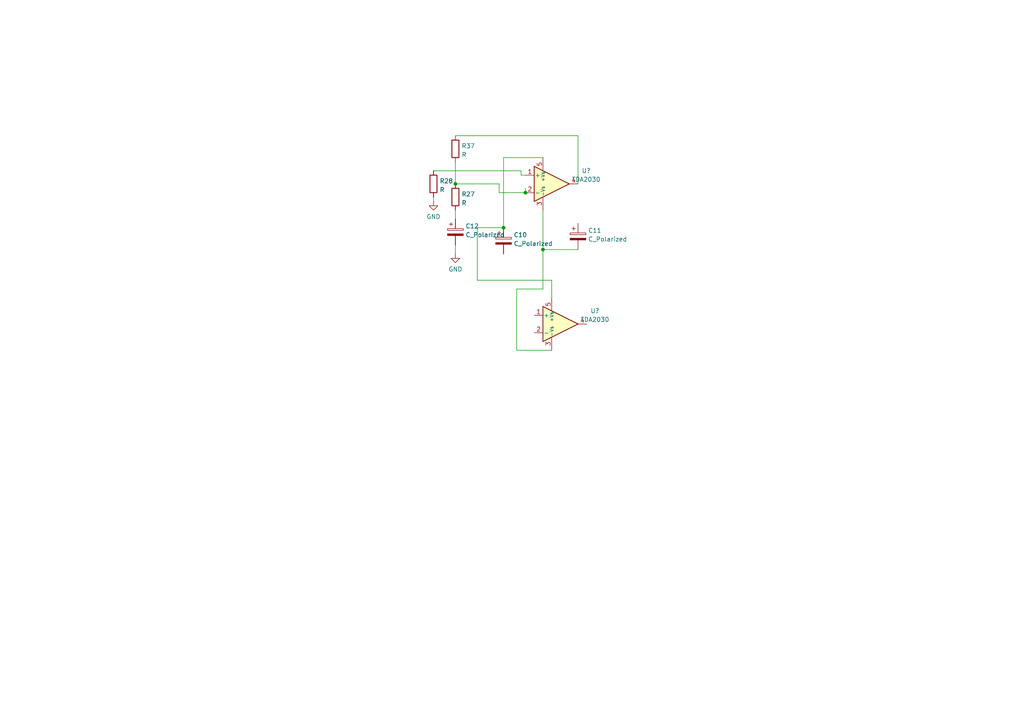
<source format=kicad_sch>
(kicad_sch (version 20211123) (generator eeschema)
  (paper "A4")
  (lib_symbols
    (symbol "Amplifier_Audio:TDA2030" (pin_names (offset 0.127))
      (property "Reference" "U" (at 3.81 6.35 0))
      (property "Value" "TDA2030" (at 3.81 3.81 0))
      (symbol "TDA2030_0_1"
        (polyline (pts (xy -5.08 5.08) (xy 5.08 0) (xy -5.08 -5.08) (xy -5.08 5.08)) (stroke (width 0.254)) (fill (type background)))
      )
      (symbol "TDA2030_1_1"
        (pin input line (at -7.62 2.54 0) (length 2.54) (name "+") (number "1"))
        (pin input line (at -7.62 -2.54 0) (length 2.54) (name "-") (number "2"))
        (pin power_in line (at -2.54 -7.62 90) (length 3.81) (name "-Vs") (number "3"))
        (pin output line (at 7.62 0 180) (length 2.54) (name "~") (number "4"))
        (pin power_in line (at -2.54 7.62 270) (length 3.81) (name "+Vs") (number "5"))
      )
    )
    (symbol "Device:C_Polarized" (pin_numbers hide) (pin_names (offset 0.254))
      (property "Reference" "C" (at 0.635 2.54 0))
      (property "Value" "C_Polarized" (at 0.635 -2.54 0))
      (symbol "C_Polarized_0_1"
        (rectangle (start -2.286 0.508) (end 2.286 1.016))
        (polyline (pts (xy -1.778 2.286) (xy -0.762 2.286)))
        (polyline (pts (xy -1.27 2.794) (xy -1.27 1.778)))
        (rectangle (start 2.286 -0.508) (end -2.286 -1.016) (fill (type outline)))
      )
      (symbol "C_Polarized_1_1"
        (pin passive line (at 0 3.81 270) (length 2.794) (name "~") (number "1"))
        (pin passive line (at 0 -3.81 90) (length 2.794) (name "~") (number "2"))
      )
    )
    (symbol "Device:R" (pin_numbers hide) (pin_names (offset 0))
      (property "Reference" "R" (at 2.032 0 90))
      (property "Value" "R" (at 0 0 90))
      (symbol "R_0_1"
        (rectangle (start -1.016 -2.54) (end 1.016 2.54) (stroke (width 0.254)))
      )
      (symbol "R_1_1"
        (pin passive line (at 0 3.81 270) (length 1.27) (name "~") (number "1"))
        (pin passive line (at 0 -3.81 90) (length 1.27) (name "~") (number "2"))
      )
    )
    (symbol "power:GND" (power) (pin_names (offset 0))
      (property "Value" "GND" (at 0 -3.81 0))
      (symbol "GND_0_1"
        (polyline (pts (xy 0 0) (xy 0 -1.27) (xy 1.27 -1.27) (xy 0 -2.54) (xy -1.27 -1.27) (xy 0 -1.27)))
      )
      (symbol "GND_1_1"
        (pin power_in line (at 0 0 270) (length 0) hide (name "GND") (number "1"))
      )
    )
  )
  (junction (at 152.4 55.88))
  (junction (at 132.08 53.34))
  (junction (at 157.48 72.39))
  (junction (at 146.05 66.04))
  (wire (pts (xy 149.86 101.6) (xy 160.02 101.6)))
  (wire (pts (xy 146.05 45.72) (xy 157.48 45.72)))
  (wire (pts (xy 132.08 39.37) (xy 167.64 39.37)))
  (wire (pts (xy 151.13 49.53) (xy 151.13 50.8)))
  (wire (pts (xy 157.48 60.96) (xy 157.48 72.39)))
  (wire (pts (xy 152.4 54.61) (xy 152.4 55.88)))
  (wire (pts (xy 138.43 81.28) (xy 160.02 81.28)))
  (wire (pts (xy 144.78 55.88) (xy 152.4 55.88)))
  (wire (pts (xy 132.08 53.34) (xy 144.78 53.34)))
  (wire (pts (xy 157.48 72.39) (xy 167.64 72.39)))
  (wire (pts (xy 125.73 49.53) (xy 151.13 49.53)))
  (wire (pts (xy 167.64 39.37) (xy 167.64 53.34)))
  (wire (pts (xy 146.05 66.04) (xy 146.05 45.72)))
  (wire (pts (xy 151.13 50.8) (xy 152.4 50.8)))
  (wire (pts (xy 157.48 83.82) (xy 149.86 83.82)))
  (wire (pts (xy 144.78 55.88) (xy 144.78 53.34)))
  (wire (pts (xy 149.86 83.82) (xy 149.86 101.6)))
  (wire (pts (xy 157.48 72.39) (xy 157.48 83.82)))
  (wire (pts (xy 160.02 81.28) (xy 160.02 86.36)))
  (wire (pts (xy 138.43 66.04) (xy 138.43 81.28)))
  (wire (pts (xy 146.05 66.04) (xy 138.43 66.04)))
  (wire (pts (xy 125.73 57.15) (xy 125.73 58.42)))
  (wire (pts (xy 132.08 60.96) (xy 132.08 63.5)))
  (wire (pts (xy 132.08 46.99) (xy 132.08 53.34)))
  (wire (pts (xy 132.08 71.12) (xy 132.08 73.66)))
  (symbol (lib_id "Device:C_Polarized") (at 146.05 69.85 0) (unit 1)
    (property "Reference" "C10" (at 148.971 68.1263 0) (effects (justify left)))
    (property "Value" "C_Polarized" (at 148.971 70.6632 0) (effects (justify left)))
  )
  (symbol (lib_id "Device:R") (at 132.08 57.15 0) (unit 1)
    (property "Reference" "R27" (at 133.858 56.3153 0) (effects (justify left)))
    (property "Value" "R" (at 133.858 58.8522 0) (effects (justify left)))
  )
  (symbol (lib_id "Device:C_Polarized") (at 132.08 67.31 0) (unit 1)
    (property "Reference" "C12" (at 135.001 65.5863 0) (effects (justify left)))
    (property "Value" "C_Polarized" (at 135.001 68.1232 0) (effects (justify left)))
  )
  (symbol (lib_id "power:GND") (at 132.08 73.66 0) (unit 1)
    (property "Reference" "#PWR?" (effects hide))
    (property "Value" "GND" (at 132.08 78.1034 0))
  )
  (symbol (lib_id "Amplifier_Audio:TDA2030") (at 160.02 53.34 0) (unit 1)
    (property "Reference" "U?" (at 170.0235 49.5133 0))
    (property "Value" "TDA2030" (at 170.0235 52.0502 0))
    (property "Footprint" "Package_TO_SOT_THT:TO-220-5_P3.4x3.7mm_StaggerOdd_Lead3.8mm_Vertical" (effects hide))
    (property "Datasheet" "http://www.st.com/resource/en/datasheet/cd00000128.pdf" (effects hide))
  )
  (symbol (lib_id "Device:R") (at 132.08 43.18 0) (unit 1)
    (property "Reference" "R37" (at 133.858 42.3453 0) (effects (justify left)))
    (property "Value" "R" (at 133.858 44.8822 0) (effects (justify left)))
  )
  (symbol (lib_id "Device:R") (at 125.73 53.34 0) (unit 1)
    (property "Reference" "R28" (at 127.508 52.5053 0) (effects (justify left)))
    (property "Value" "R" (at 127.508 55.0422 0) (effects (justify left)))
  )
  (symbol (lib_id "Device:C_Polarized") (at 167.64 68.58 0) (unit 1)
    (property "Reference" "C11" (at 170.561 66.8563 0) (effects (justify left)))
    (property "Value" "C_Polarized" (at 170.561 69.3932 0) (effects (justify left)))
  )
  (symbol (lib_id "power:GND") (at 125.73 58.42 0) (unit 1)
    (property "Reference" "#PWR?" (effects hide))
    (property "Value" "GND" (at 125.73 62.8634 0))
  )
  (symbol (lib_id "Amplifier_Audio:TDA2030") (at 162.56 93.98 0) (unit 1)
    (property "Reference" "U?" (at 172.5635 90.1533 0))
    (property "Value" "TDA2030" (at 172.5635 92.6902 0))
    (property "Footprint" "Package_TO_SOT_THT:TO-220-5_P3.4x3.7mm_StaggerOdd_Lead3.8mm_Vertical" (effects hide))
    (property "Datasheet" "http://www.st.com/resource/en/datasheet/cd00000128.pdf" (effects hide))
  )
)
</source>
